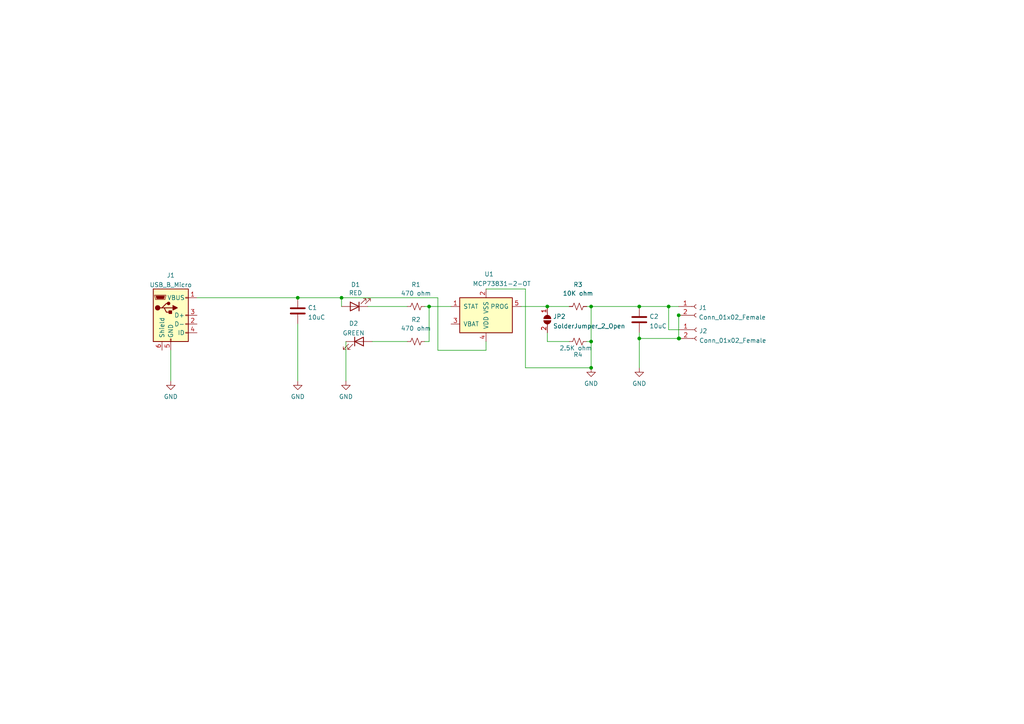
<source format=kicad_sch>
(kicad_sch (version 20211123) (generator eeschema)
  (paper "A4")
  (lib_symbols
    (symbol "Battery_Management:MCP73831-2-OT" (pin_names (offset 1.016))
      (property "Reference" "U" (at -7.62 6.35 0))
      (property "Value" "MCP73831-2-OT" (at 1.27 6.35 0))
      (symbol "MCP73831-2-OT_0_1"
        (rectangle (start -7.62 5.08) (end 7.62 -5.08) (stroke (width 0.254)) (fill (type background)))
      )
      (symbol "MCP73831-2-OT_1_1"
        (pin output line (at 10.16 -2.54 180) (length 2.54) (name "STAT") (number "1"))
        (pin power_in line (at 0 -7.62 90) (length 2.54) (name "VSS") (number "2"))
        (pin power_out line (at 10.16 2.54 180) (length 2.54) (name "VBAT") (number "3"))
        (pin power_in line (at 0 7.62 270) (length 2.54) (name "VDD") (number "4"))
        (pin input line (at -10.16 -2.54 0) (length 2.54) (name "PROG") (number "5"))
      )
    )
    (symbol "Connector:Conn_01x02_Female" (pin_names (offset 1.016) hide)
      (property "Reference" "J" (at 0 2.54 0))
      (property "Value" "Conn_01x02_Female" (at 0 -5.08 0))
      (symbol "Conn_01x02_Female_1_1"
        (arc (start 0 -2.032) (mid -0.508 -2.54) (end 0 -3.048) (stroke (width 0.1524)))
        (polyline (pts (xy -1.27 -2.54) (xy -0.508 -2.54)) (stroke (width 0.1524)))
        (polyline (pts (xy -1.27 0) (xy -0.508 0)) (stroke (width 0.1524)))
        (arc (start 0 0.508) (mid -0.508 0) (end 0 -0.508) (stroke (width 0.1524)))
        (pin passive line (at -5.08 0 0) (length 3.81) (name "Pin_1") (number "1"))
        (pin passive line (at -5.08 -2.54 0) (length 3.81) (name "Pin_2") (number "2"))
      )
    )
    (symbol "Connector:USB_B_Micro" (pin_names (offset 1.016))
      (property "Reference" "J" (at -5.08 11.43 0))
      (property "Value" "USB_B_Micro" (at -5.08 8.89 0))
      (symbol "USB_B_Micro_0_1"
        (rectangle (start -5.08 -7.62) (end 5.08 7.62) (stroke (width 0.254)) (fill (type background)))
        (circle (center -3.81 2.159) (radius 0.635) (stroke (width 0.254)) (fill (type outline)))
        (circle (center -0.635 3.429) (radius 0.381) (stroke (width 0.254)) (fill (type outline)))
        (rectangle (start -0.127 -7.62) (end 0.127 -6.858))
        (polyline (pts (xy -1.905 2.159) (xy 0.635 2.159)) (stroke (width 0.254)))
        (polyline (pts (xy -3.175 2.159) (xy -2.54 2.159) (xy -1.27 3.429) (xy -0.635 3.429)) (stroke (width 0.254)))
        (polyline (pts (xy -2.54 2.159) (xy -1.905 2.159) (xy -1.27 0.889) (xy 0 0.889)) (stroke (width 0.254)))
        (polyline (pts (xy 0.635 2.794) (xy 0.635 1.524) (xy 1.905 2.159) (xy 0.635 2.794)) (stroke (width 0.254)) (fill (type outline)))
        (polyline (pts (xy -4.318 5.588) (xy -1.778 5.588) (xy -2.032 4.826) (xy -4.064 4.826) (xy -4.318 5.588)) (fill (type outline)))
        (polyline (pts (xy -4.699 5.842) (xy -4.699 5.588) (xy -4.445 4.826) (xy -4.445 4.572) (xy -1.651 4.572) (xy -1.651 4.826) (xy -1.397 5.588) (xy -1.397 5.842) (xy -4.699 5.842)))
        (rectangle (start 0.254 1.27) (end -0.508 0.508) (stroke (width 0.254)) (fill (type outline)))
        (rectangle (start 5.08 -5.207) (end 4.318 -4.953))
        (rectangle (start 5.08 -2.667) (end 4.318 -2.413))
        (rectangle (start 5.08 -0.127) (end 4.318 0.127))
        (rectangle (start 5.08 4.953) (end 4.318 5.207))
      )
      (symbol "USB_B_Micro_1_1"
        (pin power_out line (at 7.62 5.08 180) (length 2.54) (name "VBUS") (number "1"))
        (pin bidirectional line (at 7.62 -2.54 180) (length 2.54) (name "D-") (number "2"))
        (pin bidirectional line (at 7.62 0 180) (length 2.54) (name "D+") (number "3"))
        (pin passive line (at 7.62 -5.08 180) (length 2.54) (name "ID") (number "4"))
        (pin power_out line (at 0 -10.16 90) (length 2.54) (name "GND") (number "5"))
        (pin passive line (at -2.54 -10.16 90) (length 2.54) (name "Shield") (number "6"))
      )
    )
    (symbol "Device:C" (pin_numbers hide) (pin_names (offset 0.254))
      (property "Reference" "C" (at 0.635 2.54 0))
      (property "Value" "C" (at 0.635 -2.54 0))
      (symbol "C_0_1"
        (polyline (pts (xy -2.032 -0.762) (xy 2.032 -0.762)) (stroke (width 0.508)))
        (polyline (pts (xy -2.032 0.762) (xy 2.032 0.762)) (stroke (width 0.508)))
      )
      (symbol "C_1_1"
        (pin passive line (at 0 3.81 270) (length 2.794) (name "~") (number "1"))
        (pin passive line (at 0 -3.81 90) (length 2.794) (name "~") (number "2"))
      )
    )
    (symbol "Device:LED" (pin_numbers hide) (pin_names (offset 1.016) hide)
      (property "Reference" "D" (at 0 2.54 0))
      (property "Value" "LED" (at 0 -2.54 0))
      (symbol "LED_0_1"
        (polyline (pts (xy -1.27 -1.27) (xy -1.27 1.27)) (stroke (width 0.254)))
        (polyline (pts (xy -1.27 0) (xy 1.27 0)))
        (polyline (pts (xy 1.27 -1.27) (xy 1.27 1.27) (xy -1.27 0) (xy 1.27 -1.27)) (stroke (width 0.254)))
        (polyline (pts (xy -3.048 -0.762) (xy -4.572 -2.286) (xy -3.81 -2.286) (xy -4.572 -2.286) (xy -4.572 -1.524)))
        (polyline (pts (xy -1.778 -0.762) (xy -3.302 -2.286) (xy -2.54 -2.286) (xy -3.302 -2.286) (xy -3.302 -1.524)))
      )
      (symbol "LED_1_1"
        (pin passive line (at -3.81 0 0) (length 2.54) (name "K") (number "1"))
        (pin passive line (at 3.81 0 180) (length 2.54) (name "A") (number "2"))
      )
    )
    (symbol "Device:R_Small_US" (pin_numbers hide) (pin_names (offset 0.254) hide)
      (property "Reference" "R" (at 0.762 0.508 0))
      (property "Value" "R_Small_US" (at 0.762 -1.016 0))
      (symbol "R_Small_US_1_1"
        (polyline (pts (xy 0 0) (xy 1.016 -0.381) (xy 0 -0.762) (xy -1.016 -1.143) (xy 0 -1.524)))
        (polyline (pts (xy 0 1.524) (xy 1.016 1.143) (xy 0 0.762) (xy -1.016 0.381) (xy 0 0)))
        (pin passive line (at 0 2.54 270) (length 1.016) (name "~") (number "1"))
        (pin passive line (at 0 -2.54 90) (length 1.016) (name "~") (number "2"))
      )
    )
    (symbol "Jumper:SolderJumper_2_Open" (pin_names (offset 0) hide)
      (property "Reference" "JP" (at 0 2.032 0))
      (property "Value" "SolderJumper_2_Open" (at 0 -2.54 0))
      (symbol "SolderJumper_2_Open_0_1"
        (arc (start -0.254 1.016) (mid -1.27 0) (end -0.254 -1.016))
        (arc (start -0.254 1.016) (mid -1.27 0) (end -0.254 -1.016) (fill (type outline)))
        (polyline (pts (xy -0.254 1.016) (xy -0.254 -1.016)))
        (polyline (pts (xy 0.254 1.016) (xy 0.254 -1.016)))
        (arc (start 0.254 -1.016) (mid 1.27 0) (end 0.254 1.016))
        (arc (start 0.254 -1.016) (mid 1.27 0) (end 0.254 1.016) (fill (type outline)))
      )
      (symbol "SolderJumper_2_Open_1_1"
        (pin passive line (at -3.81 0 0) (length 2.54) (name "A") (number "1"))
        (pin passive line (at 3.81 0 180) (length 2.54) (name "B") (number "2"))
      )
    )
    (symbol "power:GND" (power) (pin_names (offset 0))
      (property "Value" "GND" (at 0 -3.81 0))
      (symbol "GND_0_1"
        (polyline (pts (xy 0 0) (xy 0 -1.27) (xy 1.27 -1.27) (xy 0 -2.54) (xy -1.27 -1.27) (xy 0 -1.27)))
      )
      (symbol "GND_1_1"
        (pin power_in line (at 0 0 270) (length 0) hide (name "GND") (number "1"))
      )
    )
  )
  (junction (at 196.85 98.171))
  (junction (at 86.36 86.36))
  (junction (at 171.45 106.68))
  (junction (at 193.929 88.9))
  (junction (at 185.42 98.171))
  (junction (at 196.977 98.171))
  (junction (at 171.45 88.9))
  (junction (at 124.46 88.9))
  (junction (at 185.42 88.9))
  (junction (at 99.06 86.36))
  (junction (at 158.75 88.9))
  (junction (at 196.85 91.44))
  (junction (at 171.45 99.06))
  (wire (pts (xy 170.18 99.06) (xy 171.45 99.06)))
  (wire (pts (xy 152.4 106.68) (xy 171.45 106.68)))
  (wire (pts (xy 127 101.6) (xy 127 86.36)))
  (wire (pts (xy 170.18 88.9) (xy 171.45 88.9)))
  (wire (pts (xy 185.42 98.171) (xy 196.85 98.171)))
  (wire (pts (xy 196.977 95.631) (xy 193.929 95.631)))
  (wire (pts (xy 100.33 99.06) (xy 100.33 110.49)))
  (wire (pts (xy 171.45 88.9) (xy 185.42 88.9)))
  (wire (pts (xy 57.15 86.36) (xy 86.36 86.36)))
  (wire (pts (xy 158.75 88.9) (xy 165.1 88.9)))
  (wire (pts (xy 196.85 91.44) (xy 196.85 98.171)))
  (wire (pts (xy 185.42 96.52) (xy 185.42 98.171)))
  (wire (pts (xy 151.13 88.9) (xy 158.75 88.9)))
  (wire (pts (xy 124.46 88.9) (xy 130.81 88.9)))
  (wire (pts (xy 193.929 88.9) (xy 196.85 88.9)))
  (wire (pts (xy 158.75 96.52) (xy 158.75 99.06)))
  (wire (pts (xy 158.75 99.06) (xy 165.1 99.06)))
  (wire (pts (xy 107.95 99.06) (xy 118.11 99.06)))
  (wire (pts (xy 185.42 88.9) (xy 193.929 88.9)))
  (wire (pts (xy 140.97 99.06) (xy 140.97 101.6)))
  (wire (pts (xy 185.42 98.171) (xy 185.42 106.68)))
  (wire (pts (xy 124.46 88.9) (xy 124.46 99.06)))
  (wire (pts (xy 86.36 93.98) (xy 86.36 110.49)))
  (wire (pts (xy 140.97 83.82) (xy 152.4 83.82)))
  (wire (pts (xy 171.45 99.06) (xy 171.45 106.68)))
  (wire (pts (xy 99.06 86.36) (xy 99.06 88.9)))
  (wire (pts (xy 123.19 88.9) (xy 124.46 88.9)))
  (wire (pts (xy 99.06 86.36) (xy 86.36 86.36)))
  (wire (pts (xy 106.68 88.9) (xy 118.11 88.9)))
  (wire (pts (xy 123.19 99.06) (xy 124.46 99.06)))
  (wire (pts (xy 196.85 98.171) (xy 196.977 98.171)))
  (wire (pts (xy 140.97 101.6) (xy 127 101.6)))
  (wire (pts (xy 196.85 91.313) (xy 196.85 91.44)))
  (wire (pts (xy 193.929 95.631) (xy 193.929 88.9)))
  (wire (pts (xy 127 86.36) (xy 99.06 86.36)))
  (wire (pts (xy 152.4 83.82) (xy 152.4 106.68)))
  (wire (pts (xy 171.45 88.9) (xy 171.45 99.06)))
  (wire (pts (xy 49.53 101.6) (xy 49.53 110.49)))
  (symbol (lib_id "Device:R_Small_US") (at 167.64 99.06 90) (unit 1)
    (property "Reference" "R4" (at 167.64 102.87 90))
    (property "Value" "2.5K ohm" (at 167.005 100.965 90))
    (property "Footprint" "Resistor_SMD:R_0805_2012Metric" (effects hide))
  )
  (symbol (lib_id "Device:LED") (at 104.14 99.06 0) (unit 1)
    (property "Reference" "D2" (at 102.5525 93.8235 0))
    (property "Value" "GREEN" (at 102.5525 96.5986 0))
    (property "Footprint" "LED_SMD:LED_0805_2012Metric" (effects hide))
  )
  (symbol (lib_id "Jumper:SolderJumper_2_Open") (at 158.75 92.71 270) (unit 1)
    (property "Reference" "JP2" (at 160.401 91.8015 90) (effects (justify left)))
    (property "Value" "SolderJumper_2_Open" (at 160.401 94.5766 90) (effects (justify left)))
    (property "Footprint" "Jumper:SolderJumper-2_P1.3mm_Open_RoundedPad1.0x1.5mm" (effects hide))
  )
  (symbol (lib_id "Connector:Conn_01x02_Female") (at 202.057 95.631 0) (unit 1)
    (property "Reference" "J2" (at 202.7682 95.9925 0) (effects (justify left)))
    (property "Value" "Conn_01x02_Female" (at 202.7682 98.7676 0) (effects (justify left)))
    (property "Footprint" "Connector_PinHeader_2.54mm:PinHeader_1x02_P2.54mm_Vertical" (effects hide))
  )
  (symbol (lib_id "power:GND") (at 185.42 106.68 0) (unit 1)
    (property "Reference" "#PWR?" (effects hide))
    (property "Value" "GND" (at 185.42 111.2425 0))
  )
  (symbol (lib_id "Connector:USB_B_Micro") (at 49.53 91.44 0) (unit 1)
    (property "Reference" "J1" (at 49.53 79.8535 0))
    (property "Value" "USB_B_Micro" (at 49.53 82.6286 0))
  )
  (symbol (lib_id "power:GND") (at 171.45 106.68 0) (unit 1)
    (property "Reference" "#PWR?" (effects hide))
    (property "Value" "GND" (at 171.45 111.2425 0))
  )
  (symbol (lib_id "power:GND") (at 100.33 110.49 0) (unit 1)
    (property "Reference" "#PWR?" (effects hide))
    (property "Value" "GND" (at 100.33 115.0525 0))
  )
  (symbol (lib_id "Device:R_Small_US") (at 120.65 88.9 90) (unit 1)
    (property "Reference" "R1" (at 120.65 82.55 90))
    (property "Value" "470 ohm" (at 120.65 85.09 90))
    (property "Footprint" "Resistor_SMD:R_0805_2012Metric" (effects hide))
  )
  (symbol (lib_id "Device:LED") (at 102.87 88.9 180) (unit 1)
    (property "Reference" "D1" (at 103.124 82.55 0))
    (property "Value" "RED" (at 103.124 84.963 0))
    (property "Footprint" "LED_SMD:LED_0805_2012Metric" (effects hide))
  )
  (symbol (lib_id "power:GND") (at 86.36 110.49 0) (unit 1)
    (property "Reference" "#PWR?" (effects hide))
    (property "Value" "GND" (at 86.36 115.0525 0))
  )
  (symbol (lib_id "Device:C") (at 86.36 90.17 0) (unit 1)
    (property "Reference" "C1" (at 89.281 89.2615 0) (effects (justify left)))
    (property "Value" "10uC" (at 89.281 92.0366 0) (effects (justify left)))
    (property "Footprint" "Capacitor_SMD:C_0805_2012Metric" (effects hide))
  )
  (symbol (lib_id "Device:R_Small_US") (at 120.65 99.06 90) (unit 1)
    (property "Reference" "R2" (at 120.65 92.71 90))
    (property "Value" "470 ohm" (at 120.65 95.25 90))
    (property "Footprint" "Resistor_SMD:R_0805_2012Metric" (effects hide))
  )
  (symbol (lib_id "Device:C") (at 185.42 92.71 0) (unit 1)
    (property "Reference" "C2" (at 188.341 91.8015 0) (effects (justify left)))
    (property "Value" "10uC" (at 188.341 94.5766 0) (effects (justify left)))
    (property "Footprint" "Capacitor_SMD:C_0805_2012Metric" (effects hide))
  )
  (symbol (lib_id "Battery_Management:MCP73831-2-OT") (at 140.97 91.44 180) (unit 1)
    (property "Reference" "U1" (at 141.859 79.502 0))
    (property "Value" "MCP73831-2-OT" (at 145.542 82.296 0))
    (property "Footprint" "Package_TO_SOT_SMD:SOT-23-5" (effects hide))
    (property "Datasheet" "http://ww1.microchip.com/downloads/en/DeviceDoc/20001984g.pdf" (effects hide))
  )
  (symbol (lib_id "power:GND") (at 49.53 110.49 0) (unit 1)
    (property "Reference" "#PWR?" (effects hide))
    (property "Value" "GND" (at 49.53 115.0525 0))
  )
  (symbol (lib_id "Device:R_Small_US") (at 167.64 88.9 90) (unit 1)
    (property "Reference" "R3" (at 167.64 82.55 90))
    (property "Value" "10K ohm" (at 167.64 85.09 90))
    (property "Footprint" "Resistor_SMD:R_0805_2012Metric" (effects hide))
  )
  (symbol (lib_id "Connector:Conn_01x02_Female") (at 201.93 88.9 0) (unit 1)
    (property "Reference" "J1" (at 202.6412 89.2615 0) (effects (justify left)))
    (property "Value" "Conn_01x02_Female" (at 202.6412 92.0366 0) (effects (justify left)))
    (property "Footprint" "Connector_JST:JST_PH_S2B-PH-K_1x02_P2.00mm_Horizontal" (effects hide))
  )
)
</source>
